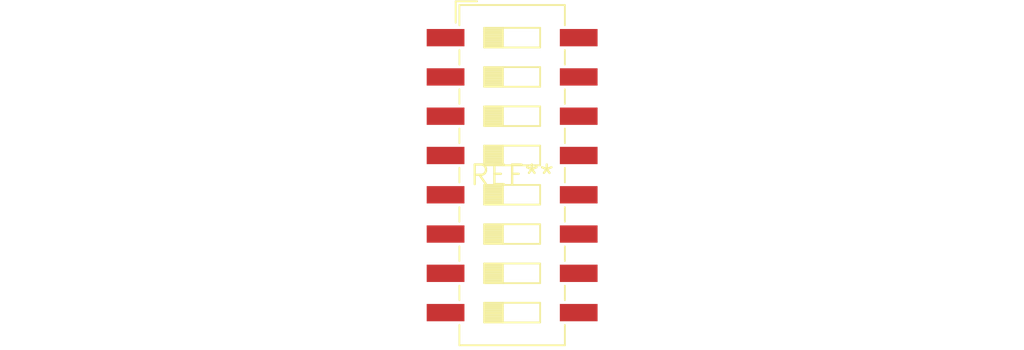
<source format=kicad_pcb>
(kicad_pcb (version 20240108) (generator pcbnew)
  (layers (0 "F.Cu" signal) (31 "B.Cu" signal) (34 "B.Paste" user) (35 "F.Paste" user) (36 "B.SilkS" user "B.Silkscreen") (37 "F.SilkS" user "F.Silkscreen") (38 "B.Mask" user) (39 "F.Mask" user) (44 "Edge.Cuts" user))
  (net 0 "")
  (footprint "SW_DIP_SPSTx08_Slide_6.7x21.88mm_W8.61mm_P2.54mm_LowProfile" (layer "F.Cu") (at 0 0)
    (property "Reference" "REF**")
    (property "Value" "SW_DIP_SPSTx08_Slide_6.7x21.88mm_W8.61mm_P2.54mm_LowProfile")
    (fp_line (start -3.65 -11.24) (end -3.65 -9.857) (layer "F.SilkS") (stroke (width 0.12)))
    (fp_line (start -3.65 -11.24) (end -2.267 -11.24) (layer "F.SilkS") (stroke (width 0.12)))
    (fp_line (start -3.41 -11) (end -3.41 -9.69) (layer "F.SilkS") (stroke (width 0.12)))
    (fp_line (start -3.41 -11) (end 3.41 -11) (layer "F.SilkS") (stroke (width 0.12)))
    (fp_line (start -3.41 -8.09) (end -3.41 -7.15) (layer "F.SilkS") (stroke (width 0.12)))
    (fp_line (start -3.41 -5.55) (end -3.41 -4.61) (layer "F.SilkS") (stroke (width 0.12)))
    (fp_line (start -3.41 -3.01) (end -3.41 -2.07) (layer "F.SilkS") (stroke (width 0.12)))
    (fp_line (start -3.41 -0.47) (end -3.41 0.47) (layer "F.SilkS") (stroke (width 0.12)))
    (fp_line (start -3.41 2.07) (end -3.41 3.01) (layer "F.SilkS") (stroke (width 0.12)))
    (fp_line (start -3.41 4.61) (end -3.41 5.55) (layer "F.SilkS") (stroke (width 0.12)))
    (fp_line (start -3.41 7.15) (end -3.41 8.09) (layer "F.SilkS") (stroke (width 0.12)))
    (fp_line (start -3.41 9.69) (end -3.41 11.001) (layer "F.SilkS") (stroke (width 0.12)))
    (fp_line (start -3.41 11.001) (end 3.41 11.001) (layer "F.SilkS") (stroke (width 0.12)))
    (fp_line (start -1.81 -9.525) (end -1.81 -8.255) (layer "F.SilkS") (stroke (width 0.12)))
    (fp_line (start -1.81 -9.405) (end -0.603333 -9.405) (layer "F.SilkS") (stroke (width 0.12)))
    (fp_line (start -1.81 -9.285) (end -0.603333 -9.285) (layer "F.SilkS") (stroke (width 0.12)))
    (fp_line (start -1.81 -9.165) (end -0.603333 -9.165) (layer "F.SilkS") (stroke (width 0.12)))
    (fp_line (start -1.81 -9.045) (end -0.603333 -9.045) (layer "F.SilkS") (stroke (width 0.12)))
    (fp_line (start -1.81 -8.925) (end -0.603333 -8.925) (layer "F.SilkS") (stroke (width 0.12)))
    (fp_line (start -1.81 -8.805) (end -0.603333 -8.805) (layer "F.SilkS") (stroke (width 0.12)))
    (fp_line (start -1.81 -8.685) (end -0.603333 -8.685) (layer "F.SilkS") (stroke (width 0.12)))
    (fp_line (start -1.81 -8.565) (end -0.603333 -8.565) (layer "F.SilkS") (stroke (width 0.12)))
    (fp_line (start -1.81 -8.445) (end -0.603333 -8.445) (layer "F.SilkS") (stroke (width 0.12)))
    (fp_line (start -1.81 -8.325) (end -0.603333 -8.325) (layer "F.SilkS") (stroke (width 0.12)))
    (fp_line (start -1.81 -8.255) (end 1.81 -8.255) (layer "F.SilkS") (stroke (width 0.12)))
    (fp_line (start -1.81 -6.985) (end -1.81 -5.715) (layer "F.SilkS") (stroke (width 0.12)))
    (fp_line (start -1.81 -6.865) (end -0.603333 -6.865) (layer "F.SilkS") (stroke (width 0.12)))
    (fp_line (start -1.81 -6.745) (end -0.603333 -6.745) (layer "F.SilkS") (stroke (width 0.12)))
    (fp_line (start -1.81 -6.625) (end -0.603333 -6.625) (layer "F.SilkS") (stroke (width 0.12)))
    (fp_line (start -1.81 -6.505) (end -0.603333 -6.505) (layer "F.SilkS") (stroke (width 0.12)))
    (fp_line (start -1.81 -6.385) (end -0.603333 -6.385) (layer "F.SilkS") (stroke (width 0.12)))
    (fp_line (start -1.81 -6.265) (end -0.603333 -6.265) (layer "F.SilkS") (stroke (width 0.12)))
    (fp_line (start -1.81 -6.145) (end -0.603333 -6.145) (layer "F.SilkS") (stroke (width 0.12)))
    (fp_line (start -1.81 -6.025) (end -0.603333 -6.025) (layer "F.SilkS") (stroke (width 0.12)))
    (fp_line (start -1.81 -5.905) (end -0.603333 -5.905) (layer "F.SilkS") (stroke (width 0.12)))
    (fp_line (start -1.81 -5.785) (end -0.603333 -5.785) (layer "F.SilkS") (stroke (width 0.12)))
    (fp_line (start -1.81 -5.715) (end 1.81 -5.715) (layer "F.SilkS") (stroke (width 0.12)))
    (fp_line (start -1.81 -4.445) (end -1.81 -3.175) (layer "F.SilkS") (stroke (width 0.12)))
    (fp_line (start -1.81 -4.325) (end -0.603333 -4.325) (layer "F.SilkS") (stroke (width 0.12)))
    (fp_line (start -1.81 -4.205) (end -0.603333 -4.205) (layer "F.SilkS") (stroke (width 0.12)))
    (fp_line (start -1.81 -4.085) (end -0.603333 -4.085) (layer "F.SilkS") (stroke (width 0.12)))
    (fp_line (start -1.81 -3.965) (end -0.603333 -3.965) (layer "F.SilkS") (stroke (width 0.12)))
    (fp_line (start -1.81 -3.845) (end -0.603333 -3.845) (layer "F.SilkS") (stroke (width 0.12)))
    (fp_line (start -1.81 -3.725) (end -0.603333 -3.725) (layer "F.SilkS") (stroke (width 0.12)))
    (fp_line (start -1.81 -3.605) (end -0.603333 -3.605) (layer "F.SilkS") (stroke (width 0.12)))
    (fp_line (start -1.81 -3.485) (end -0.603333 -3.485) (layer "F.SilkS") (stroke (width 0.12)))
    (fp_line (start -1.81 -3.365) (end -0.603333 -3.365) (layer "F.SilkS") (stroke (width 0.12)))
    (fp_line (start -1.81 -3.245) (end -0.603333 -3.245) (layer "F.SilkS") (stroke (width 0.12)))
    (fp_line (start -1.81 -3.175) (end 1.81 -3.175) (layer "F.SilkS") (stroke (width 0.12)))
    (fp_line (start -1.81 -1.905) (end -1.81 -0.635) (layer "F.SilkS") (stroke (width 0.12)))
    (fp_line (start -1.81 -1.785) (end -0.603333 -1.785) (layer "F.SilkS") (stroke (width 0.12)))
    (fp_line (start -1.81 -1.665) (end -0.603333 -1.665) (layer "F.SilkS") (stroke (width 0.12)))
    (fp_line (start -1.81 -1.545) (end -0.603333 -1.545) (layer "F.SilkS") (stroke (width 0.12)))
    (fp_line (start -1.81 -1.425) (end -0.603333 -1.425) (layer "F.SilkS") (stroke (width 0.12)))
    (fp_line (start -1.81 -1.305) (end -0.603333 -1.305) (layer "F.SilkS") (stroke (width 0.12)))
    (fp_line (start -1.81 -1.185) (end -0.603333 -1.185) (layer "F.SilkS") (stroke (width 0.12)))
    (fp_line (start -1.81 -1.065) (end -0.603333 -1.065) (layer "F.SilkS") (stroke (width 0.12)))
    (fp_line (start -1.81 -0.945) (end -0.603333 -0.945) (layer "F.SilkS") (stroke (width 0.12)))
    (fp_line (start -1.81 -0.825) (end -0.603333 -0.825) (layer "F.SilkS") (stroke (width 0.12)))
    (fp_line (start -1.81 -0.705) (end -0.603333 -0.705) (layer "F.SilkS") (stroke (width 0.12)))
    (fp_line (start -1.81 -0.635) (end 1.81 -0.635) (layer "F.SilkS") (stroke (width 0.12)))
    (fp_line (start -1.81 0.635) (end -1.81 1.905) (layer "F.SilkS") (stroke (width 0.12)))
    (fp_line (start -1.81 0.755) (end -0.603333 0.755) (layer "F.SilkS") (stroke (width 0.12)))
    (fp_line (start -1.81 0.875) (end -0.603333 0.875) (layer "F.SilkS") (stroke (width 0.12)))
    (fp_line (start -1.81 0.995) (end -0.603333 0.995) (layer "F.SilkS") (stroke (width 0.12)))
    (fp_line (start -1.81 1.115) (end -0.603333 1.115) (layer "F.SilkS") (stroke (width 0.12)))
    (fp_line (start -1.81 1.235) (end -0.603333 1.235) (layer "F.SilkS") (stroke (width 0.12)))
    (fp_line (start -1.81 1.355) (end -0.603333 1.355) (layer "F.SilkS") (stroke (width 0.12)))
    (fp_line (start -1.81 1.475) (end -0.603333 1.475) (layer "F.SilkS") (stroke (width 0.12)))
    (fp_line (start -1.81 1.595) (end -0.603333 1.595) (layer "F.SilkS") (stroke (width 0.12)))
    (fp_line (start -1.81 1.715) (end -0.603333 1.715) (layer "F.SilkS") (stroke (width 0.12)))
    (fp_line (start -1.81 1.835) (end -0.603333 1.835) (layer "F.SilkS") (stroke (width 0.12)))
    (fp_line (start -1.81 1.905) (end 1.81 1.905) (layer "F.SilkS") (stroke (width 0.12)))
    (fp_line (start -1.81 3.175) (end -1.81 4.445) (layer "F.SilkS") (stroke (width 0.12)))
    (fp_line (start -1.81 3.295) (end -0.603333 3.295) (layer "F.SilkS") (stroke (width 0.12)))
    (fp_line (start -1.81 3.415) (end -0.603333 3.415) (layer "F.SilkS") (stroke (width 0.12)))
    (fp_line (start -1.81 3.535) (end -0.603333 3.535) (layer "F.SilkS") (stroke (width 0.12)))
    (fp_line (start -1.81 3.655) (end -0.603333 3.655) (layer "F.SilkS") (stroke (width 0.12)))
    (fp_line (start -1.81 3.775) (end -0.603333 3.775) (layer "F.SilkS") (stroke (width 0.12)))
    (fp_line (start -1.81 3.895) (end -0.603333 3.895) (layer "F.SilkS") (stroke (width 0.12)))
    (fp_line (start -1.81 4.015) (end -0.603333 4.015) (layer "F.SilkS") (stroke (width 0.12)))
    (fp_line (start -1.81 4.135) (end -0.603333 4.135) (layer "F.SilkS") (stroke (width 0.12)))
    (fp_line (start -1.81 4.255) (end -0.603333 4.255) (layer "F.SilkS") (stroke (width 0.12)))
    (fp_line (start -1.81 4.375) (end -0.603333 4.375) (layer "F.SilkS") (stroke (width 0.12)))
    (fp_line (start -1.81 4.445) (end 1.81 4.445) (layer "F.SilkS") (stroke (width 0.12)))
    (fp_line (start -1.81 5.715) (end -1.81 6.985) (layer "F.SilkS") (stroke (width 0.12)))
    (fp_line (start -1.81 5.835) (end -0.603333 5.835) (layer "F.SilkS") (stroke (width 0.12)))
    (fp_line (start -1.81 5.955) (end -0.603333 5.955) (layer "F.SilkS") (stroke (width 0.12)))
    (fp_line (start -1.81 6.075) (end -0.603333 6.075) (layer "F.SilkS") (stroke (width 0.12)))
    (fp_line (start -1.81 6.195) (end -0.603333 6.195) (layer "F.SilkS") (stroke (width 0.12)))
    (fp_line (start -1.81 6.315) (end -0.603333 6.315) (layer "F.SilkS") (stroke (width 0.12)))
    (fp_line (start -1.81 6.435) (end -0.603333 6.435) (layer "F.SilkS") (stroke (width 0.12)))
    (fp_line (start -1.81 6.555) (end -0.603333 6.555) (layer "F.SilkS") (stroke (width 0.12)))
    (fp_line (start -1.81 6.675) (end -0.603333 6.675) (layer "F.SilkS") (stroke (width 0.12)))
    (fp_line (start -1.81 6.795) (end -0.603333 6.795) (layer "F.SilkS") (stroke (width 0.12)))
    (fp_line (start -1.81 6.915) (end -0.603333 6.915) (layer "F.SilkS") (stroke (width 0.12)))
    (fp_line (start -1.81 6.985) (end 1.81 6.985) (layer "F.SilkS") (stroke (width 0.12)))
    (fp_line (start -1.81 8.255) (end -1.81 9.525) (layer "F.SilkS") (stroke (width 0.12)))
    (fp_line (start -1.81 8.375) (end -0.603333 8.375) (layer "F.SilkS") (stroke (width 0.12)))
    (fp_line (start -1.81 8.495) (end -0.603333 8.495) (layer "F.SilkS") (stroke (width 0.12)))
    (fp_line (start -1.81 8.615) (end -0.603333 8.615) (layer "F.SilkS") (stroke (width 0.12)))
    (fp_line (start -1.81 8.735) (end -0.603333 8.735) (layer "F.SilkS") (stroke (width 0.12)))
    (fp_line (start -1.81 8.855) (end -0.603333 8.855) (layer "F.SilkS") (stroke (width 0.12)))
    (fp_line (start -1.81 8.975) (end -0.603333 8.975) (layer "F.SilkS") (stroke (width 0.12)))
    (fp_line (start -1.81 9.095) (end -0.603333 9.095) (layer "F.SilkS") (stroke (width 0.12)))
    (fp_line (start -1.81 9.215) (end -0.603333 9.215) (layer "F.SilkS") (stroke (width 0.12)))
    (fp_line (start -1.81 9.335) (end -0.603333 9.335) (layer "F.SilkS") (stroke (width 0.12)))
    (fp_line (start -1.81 9.455) (end -0.603333 9.455) (layer "F.SilkS") (stroke (width 0.12)))
    (fp_line (start -1.81 9.525) (end 1.81 9.525) (layer "F.SilkS") (stroke (width 0.12)))
    (fp_line (start -0.603333 -9.525) (end -0.603333 -8.255) (layer "F.SilkS") (stroke (width 0.12)))
    (fp_line (start -0.603333 -6.985) (end -0.603333 -5.715) (layer "F.SilkS") (stroke (width 0.12)))
    (fp_line (start -0.603333 -4.445) (end -0.603333 -3.175) (layer "F.SilkS") (stroke (width 0.12)))
    (fp_line (start -0.603333 -1.905) (end -0.603333 -0.635) (layer "F.SilkS") (stroke (width 0.12)))
    (fp_line (start -0.603333 0.635) (end -0.603333 1.905) (layer "F.SilkS") (stroke (width 0.12)))
    (fp_line (start -0.603333 3.175) (end -0.603333 4.445) (layer "F.SilkS") (stroke (width 0.12)))
    (fp_line (start -0.603333 5.715) (end -0.603333 6.985) (layer "F.SilkS") (stroke (width 0.12)))
    (fp_line (start -0.603333 8.255) (end -0.603333 9.525) (layer "F.SilkS") (stroke (width 0.12)))
    (fp_line (start 1.81 -9.525) (end -1.81 -9.525) (layer "F.SilkS") (stroke (width 0.12)))
    (fp_line (start 1.81 -8.255) (end 1.81 -9.525) (layer "F.SilkS") (stroke (width 0.12)))
    (fp_line (start 1.81 -6.985) (end -1.81 -6.985) (layer "F.SilkS") (stroke (width 0.12)))
    (fp_line (start 1.81 -5.715) (end 1.81 -6.985) (layer "F.SilkS") (stroke (width 0.12)))
    (fp_line (start 1.81 -4.445) (end -1.81 -4.445) (layer "F.SilkS") (stroke (width 0.12)))
    (fp_line (start 1.81 -3.175) (end 1.81 -4.445) (layer "F.SilkS") (stroke (width 0.12)))
    (fp_line (start 1.81 -1.905) (end -1.81 -1.905) (layer "F.SilkS") (stroke (width 0.12)))
    (fp_line (start 1.81 -0.635) (end 1.81 -1.905) (layer "F.SilkS") (stroke (width 0.12)))
    (fp_line (start 1.81 0.635) (end -1.81 0.635) (layer "F.SilkS") (stroke (width 0.12)))
    (fp_line (start 1.81 1.905) (end 1.81 0.635) (layer "F.SilkS") (stroke (width 0.12)))
    (fp_line (start 1.81 3.175) (end -1.81 3.175) (layer "F.SilkS") (stroke (width 0.12)))
    (fp_line (start 1.81 4.445) (end 1.81 3.175) (layer "F.SilkS") (stroke (width 0.12)))
    (fp_line (start 1.81 5.715) (end -1.81 5.715) (layer "F.SilkS") (stroke (width 0.12)))
    (fp_line (start 1.81 6.985) (end 1.81 5.715) (layer "F.SilkS") (stroke (width 0.12)))
    (fp_line (start 1.81 8.255) (end -1.81 8.255) (layer "F.SilkS") (stroke (width 0.12)))
    (fp_line (start 1.81 9.525) (end 1.81 8.255) (layer "F.SilkS") (stroke (width 0.12)))
    (fp_line (start 3.41 -11) (end 3.41 -9.69) (layer "F.SilkS") (stroke (width 0.12)))
    (fp_line (start 3.41 -8.089) (end 3.41 -7.149) (layer "F.SilkS") (stroke (width 0.12)))
    (fp_line (start 3.41 -5.549) (end 3.41 -4.609) (layer "F.SilkS") (stroke (width 0.12)))
    (fp_line (start 3.41 -3.009) (end 3.41 -2.069) (layer "F.SilkS") (stroke (width 0.12)))
    (fp_line (start 3.41 -0.469) (end 3.41 0.471) (layer "F.SilkS") (stroke (width 0.12)))
    (fp_line (start 3.41 2.071) (end 3.41 3.011) (layer "F.SilkS") (stroke (width 0.12)))
    (fp_line (start 3.41 4.611) (end 3.41 5.551) (layer "F.SilkS") (stroke (width 0.12)))
    (fp_line (start 3.41 7.151) (end 3.41 8.09) (layer "F.SilkS") (stroke (width 0.12)))
    (fp_line (start 3.41 9.69) (end 3.41 11.001) (layer "F.SilkS") (stroke (width 0.12)))
    (pad "1" smd rect (at -4.305 -8.89) (size 2.44 1.12) (layers "F.Cu" "F.Paste" "F.Mask"))
    (pad "2" smd rect (at -4.305 -6.35) (size 2.44 1.12) (layers "F.Cu" "F.Paste" "F.Mask"))
    (pad "3" smd rect (at -4.305 -3.81) (size 2.44 1.12) (layers "F.Cu" "F.Paste" "F.Mask"))
    (pad "4" smd rect (at -4.305 -1.27) (size 2.44 1.12) (layers "F.Cu" "F.Paste" "F.Mask"))
    (pad "5" smd rect (at -4.305 1.27) (size 2.44 1.12) (layers "F.Cu" "F.Paste" "F.Mask"))
    (pad "6" smd rect (at -4.305 3.81) (size 2.44 1.12) (layers "F.Cu" "F.Paste" "F.Mask"))
    (pad "7" smd rect (at -4.305 6.35) (size 2.44 1.12) (layers "F.Cu" "F.Paste" "F.Mask"))
    (pad "8" smd rect (at -4.305 8.89) (size 2.44 1.12) (layers "F.Cu" "F.Paste" "F.Mask"))
    (pad "9" smd rect (at 4.305 8.89) (size 2.44 1.12) (layers "F.Cu" "F.Paste" "F.Mask"))
    (pad "10" smd rect (at 4.305 6.35) (size 2.44 1.12) (layers "F.Cu" "F.Paste" "F.Mask"))
    (pad "11" smd rect (at 4.305 3.81) (size 2.44 1.12) (layers "F.Cu" "F.Paste" "F.Mask"))
    (pad "12" smd rect (at 4.305 1.27) (size 2.44 1.12) (layers "F.Cu" "F.Paste" "F.Mask"))
    (pad "13" smd rect (at 4.305 -1.27) (size 2.44 1.12) (layers "F.Cu" "F.Paste" "F.Mask"))
    (pad "14" smd rect (at 4.305 -3.81) (size 2.44 1.12) (layers "F.Cu" "F.Paste" "F.Mask"))
    (pad "15" smd rect (at 4.305 -6.35) (size 2.44 1.12) (layers "F.Cu" "F.Paste" "F.Mask"))
    (pad "16" smd rect (at 4.305 -8.89) (size 2.44 1.12) (layers "F.Cu" "F.Paste" "F.Mask"))
  )
)
</source>
